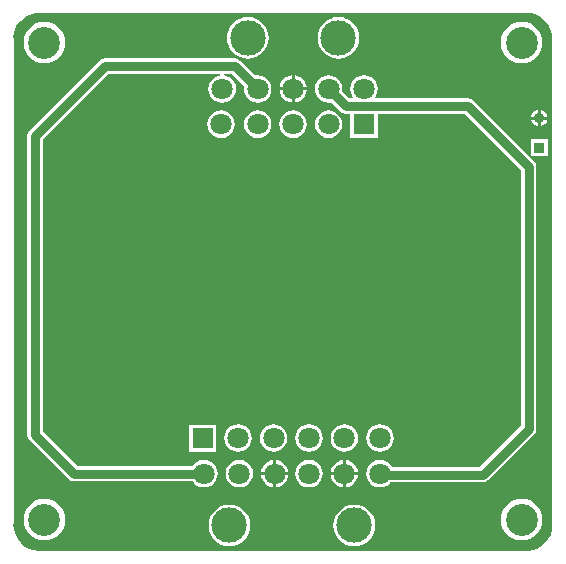
<source format=gbl>
G04*
G04 #@! TF.GenerationSoftware,Altium Limited,Altium Designer,20.0.9 (164)*
G04*
G04 Layer_Physical_Order=2*
G04 Layer_Color=16711680*
%FSLAX25Y25*%
%MOIN*%
G70*
G01*
G75*
%ADD23C,0.03000*%
%ADD24C,0.07087*%
%ADD25R,0.07087X0.07087*%
%ADD26C,0.11811*%
%ADD27C,0.03543*%
%ADD28R,0.03543X0.03543*%
%ADD29C,0.10630*%
G36*
X10360Y180754D02*
X172874D01*
X172933Y180766D01*
X174415Y180620D01*
X175896Y180170D01*
X177262Y179441D01*
X178413Y178496D01*
X178446Y178446D01*
X178514Y178401D01*
X179613Y177062D01*
X180468Y175463D01*
X180994Y173728D01*
X181164Y172004D01*
X181148Y171924D01*
Y12598D01*
Y9803D01*
X181159Y9744D01*
X181014Y8262D01*
X180564Y6781D01*
X179834Y5415D01*
X178889Y4264D01*
X178840Y4231D01*
X178196Y3587D01*
X178170Y3549D01*
X177139Y2702D01*
X175922Y2052D01*
X174601Y1651D01*
X173273Y1520D01*
X173228Y1529D01*
X9803D01*
X9744Y1518D01*
X8262Y1664D01*
X6781Y2113D01*
X5415Y2843D01*
X4264Y3788D01*
X4231Y3837D01*
X4163Y3883D01*
X3064Y5222D01*
X2209Y6821D01*
X1683Y8556D01*
X1513Y10279D01*
X1529Y10360D01*
Y172480D01*
X1518Y172539D01*
X1664Y174021D01*
X2113Y175503D01*
X2843Y176868D01*
X3788Y178019D01*
X3837Y178052D01*
X3883Y178121D01*
X5222Y179219D01*
X6821Y180074D01*
X8556Y180600D01*
X10279Y180770D01*
X10360Y180754D01*
D02*
G37*
%LPC*%
G36*
X109843Y179380D02*
X108489Y179246D01*
X107187Y178852D01*
X105988Y178210D01*
X104936Y177348D01*
X104073Y176296D01*
X103432Y175096D01*
X103037Y173795D01*
X102904Y172441D01*
X103037Y171087D01*
X103432Y169785D01*
X104073Y168586D01*
X104936Y167534D01*
X105988Y166671D01*
X107187Y166030D01*
X108489Y165635D01*
X109843Y165502D01*
X111196Y165635D01*
X112498Y166030D01*
X113698Y166671D01*
X114749Y167534D01*
X115612Y168586D01*
X116253Y169785D01*
X116648Y171087D01*
X116781Y172441D01*
X116648Y173795D01*
X116253Y175096D01*
X115612Y176296D01*
X114749Y177348D01*
X113698Y178210D01*
X112498Y178852D01*
X111196Y179246D01*
X109843Y179380D01*
D02*
G37*
G36*
X79606D02*
X78252Y179246D01*
X76950Y178852D01*
X75751Y178210D01*
X74699Y177348D01*
X73836Y176296D01*
X73195Y175096D01*
X72800Y173795D01*
X72667Y172441D01*
X72800Y171087D01*
X73195Y169785D01*
X73836Y168586D01*
X74699Y167534D01*
X75751Y166671D01*
X76950Y166030D01*
X78252Y165635D01*
X79606Y165502D01*
X80959Y165635D01*
X82261Y166030D01*
X83461Y166671D01*
X84512Y167534D01*
X85375Y168586D01*
X86016Y169785D01*
X86411Y171087D01*
X86545Y172441D01*
X86411Y173795D01*
X86016Y175096D01*
X85375Y176296D01*
X84512Y177348D01*
X83461Y178210D01*
X82261Y178852D01*
X80959Y179246D01*
X79606Y179380D01*
D02*
G37*
G36*
X170866Y177805D02*
X169512Y177672D01*
X168211Y177277D01*
X167011Y176636D01*
X165960Y175773D01*
X165097Y174721D01*
X164455Y173522D01*
X164060Y172220D01*
X163927Y170866D01*
X164060Y169512D01*
X164455Y168211D01*
X165097Y167011D01*
X165960Y165960D01*
X167011Y165097D01*
X168211Y164455D01*
X169512Y164060D01*
X170866Y163927D01*
X172220Y164060D01*
X173522Y164455D01*
X174721Y165097D01*
X175773Y165960D01*
X176636Y167011D01*
X177277Y168211D01*
X177672Y169512D01*
X177805Y170866D01*
X177672Y172220D01*
X177277Y173522D01*
X176636Y174721D01*
X175773Y175773D01*
X174721Y176636D01*
X173522Y177277D01*
X172220Y177672D01*
X170866Y177805D01*
D02*
G37*
G36*
X11811D02*
X10457Y177672D01*
X9156Y177277D01*
X7956Y176636D01*
X6904Y175773D01*
X6041Y174721D01*
X5400Y173522D01*
X5005Y172220D01*
X4872Y170866D01*
X5005Y169512D01*
X5400Y168211D01*
X6041Y167011D01*
X6904Y165960D01*
X7956Y165097D01*
X9156Y164455D01*
X10457Y164060D01*
X11811Y163927D01*
X13165Y164060D01*
X14466Y164455D01*
X15666Y165097D01*
X16718Y165960D01*
X17581Y167011D01*
X18222Y168211D01*
X18617Y169512D01*
X18750Y170866D01*
X18617Y172220D01*
X18222Y173522D01*
X17581Y174721D01*
X16718Y175773D01*
X15666Y176636D01*
X14466Y177277D01*
X13165Y177672D01*
X11811Y177805D01*
D02*
G37*
G36*
X95224Y159950D02*
Y155933D01*
X99241D01*
X99151Y156619D01*
X98693Y157724D01*
X97965Y158673D01*
X97016Y159402D01*
X95911Y159859D01*
X95224Y159950D01*
D02*
G37*
G36*
X94224D02*
X93538Y159859D01*
X92433Y159402D01*
X91484Y158673D01*
X90756Y157724D01*
X90298Y156619D01*
X90208Y155933D01*
X94224D01*
Y159950D01*
D02*
G37*
G36*
X118347Y160016D02*
X117160Y159859D01*
X116055Y159402D01*
X115106Y158673D01*
X114378Y157724D01*
X113920Y156619D01*
X113764Y155433D01*
X113920Y154247D01*
X114378Y153142D01*
X114745Y152664D01*
X114524Y152215D01*
X113358D01*
X111004Y154569D01*
X111118Y155433D01*
X110962Y156619D01*
X110504Y157724D01*
X109776Y158673D01*
X108827Y159402D01*
X107721Y159859D01*
X106535Y160016D01*
X105349Y159859D01*
X104244Y159402D01*
X103295Y158673D01*
X102567Y157724D01*
X102109Y156619D01*
X101953Y155433D01*
X102109Y154247D01*
X102567Y153142D01*
X103295Y152193D01*
X104244Y151464D01*
X105349Y151007D01*
X106535Y150851D01*
X107399Y150964D01*
X110500Y147864D01*
X111327Y147311D01*
X112302Y147117D01*
X113804D01*
Y139080D01*
X122890D01*
Y147117D01*
X152034D01*
X170679Y128472D01*
Y43182D01*
X156818Y29321D01*
X127647D01*
X127591Y29457D01*
X126862Y30406D01*
X125913Y31134D01*
X124808Y31592D01*
X123622Y31748D01*
X122436Y31592D01*
X121331Y31134D01*
X120382Y30406D01*
X119653Y29457D01*
X119196Y28351D01*
X119040Y27165D01*
X119196Y25979D01*
X119653Y24874D01*
X120382Y23925D01*
X121331Y23197D01*
X122436Y22739D01*
X123622Y22583D01*
X124808Y22739D01*
X125913Y23197D01*
X126862Y23925D01*
X127091Y24223D01*
X157874D01*
X158850Y24417D01*
X159676Y24969D01*
X175031Y40324D01*
X175583Y41151D01*
X175777Y42126D01*
Y129527D01*
X175583Y130503D01*
X175031Y131330D01*
X173668Y132693D01*
X174013Y133055D01*
X174495Y133055D01*
X179543D01*
Y138598D01*
X174000D01*
Y133555D01*
X174000Y133068D01*
X173637Y132723D01*
X154892Y151469D01*
X154065Y152021D01*
X153090Y152215D01*
X122169D01*
X121948Y152664D01*
X122315Y153142D01*
X122773Y154247D01*
X122929Y155433D01*
X122773Y156619D01*
X122315Y157724D01*
X121587Y158673D01*
X120638Y159402D01*
X119533Y159859D01*
X118347Y160016D01*
D02*
G37*
G36*
X99241Y154933D02*
X95224D01*
Y150916D01*
X95911Y151007D01*
X97016Y151464D01*
X97965Y152193D01*
X98693Y153142D01*
X99151Y154247D01*
X99241Y154933D01*
D02*
G37*
G36*
X94224D02*
X90208D01*
X90298Y154247D01*
X90756Y153142D01*
X91484Y152193D01*
X92433Y151464D01*
X93538Y151007D01*
X94224Y150916D01*
Y154933D01*
D02*
G37*
G36*
X75354Y165541D02*
X31890D01*
X30914Y165347D01*
X30087Y164795D01*
X6859Y141566D01*
X6306Y140739D01*
X6112Y139764D01*
Y40157D01*
X6306Y39182D01*
X6859Y38355D01*
X19851Y25363D01*
X20678Y24810D01*
X21654Y24616D01*
X61190D01*
X61720Y23925D01*
X62669Y23197D01*
X63775Y22739D01*
X64961Y22583D01*
X66147Y22739D01*
X67252Y23197D01*
X68201Y23925D01*
X68929Y24874D01*
X69387Y25979D01*
X69543Y27165D01*
X69387Y28351D01*
X68929Y29457D01*
X68201Y30406D01*
X67252Y31134D01*
X66147Y31592D01*
X64961Y31748D01*
X63775Y31592D01*
X62669Y31134D01*
X61720Y30406D01*
X61190Y29714D01*
X22709D01*
X11210Y41213D01*
Y138708D01*
X32946Y160443D01*
X70519D01*
X70552Y159943D01*
X69916Y159859D01*
X68810Y159402D01*
X67861Y158673D01*
X67133Y157724D01*
X66675Y156619D01*
X66519Y155433D01*
X66675Y154247D01*
X67133Y153142D01*
X67861Y152193D01*
X68810Y151464D01*
X69916Y151007D01*
X71102Y150851D01*
X72288Y151007D01*
X73393Y151464D01*
X74342Y152193D01*
X75070Y153142D01*
X75528Y154247D01*
X75684Y155433D01*
X75528Y156619D01*
X75070Y157724D01*
X74342Y158673D01*
X73393Y159402D01*
X72288Y159859D01*
X71652Y159943D01*
X71685Y160443D01*
X74299D01*
X78445Y156297D01*
X78331Y155433D01*
X78487Y154247D01*
X78945Y153142D01*
X79673Y152193D01*
X80622Y151464D01*
X81727Y151007D01*
X82913Y150851D01*
X84099Y151007D01*
X85205Y151464D01*
X86154Y152193D01*
X86882Y153142D01*
X87340Y154247D01*
X87496Y155433D01*
X87340Y156619D01*
X86882Y157724D01*
X86154Y158673D01*
X85205Y159402D01*
X84099Y159859D01*
X82913Y160016D01*
X82049Y159902D01*
X77157Y164795D01*
X76330Y165347D01*
X75354Y165541D01*
D02*
G37*
G36*
X177272Y148399D02*
Y146169D01*
X179501D01*
X179472Y146393D01*
X179193Y147067D01*
X178748Y147646D01*
X178169Y148090D01*
X177495Y148370D01*
X177272Y148399D01*
D02*
G37*
G36*
X176272D02*
X176048Y148370D01*
X175374Y148090D01*
X174795Y147646D01*
X174351Y147067D01*
X174071Y146393D01*
X174042Y146169D01*
X176272D01*
Y148399D01*
D02*
G37*
G36*
Y145169D02*
X174042D01*
X174071Y144946D01*
X174351Y144272D01*
X174795Y143693D01*
X175374Y143248D01*
X176048Y142969D01*
X176272Y142940D01*
Y145169D01*
D02*
G37*
G36*
X179501D02*
X177272D01*
Y142940D01*
X177495Y142969D01*
X178169Y143248D01*
X178748Y143693D01*
X179193Y144272D01*
X179472Y144946D01*
X179501Y145169D01*
D02*
G37*
G36*
X106536Y148205D02*
X105350Y148049D01*
X104245Y147591D01*
X103296Y146863D01*
X102568Y145914D01*
X102110Y144809D01*
X101954Y143623D01*
X102110Y142437D01*
X102568Y141332D01*
X103296Y140383D01*
X104245Y139654D01*
X105350Y139197D01*
X106536Y139040D01*
X107722Y139197D01*
X108827Y139654D01*
X109776Y140383D01*
X110505Y141332D01*
X110962Y142437D01*
X111119Y143623D01*
X110962Y144809D01*
X110505Y145914D01*
X109776Y146863D01*
X108827Y147591D01*
X107722Y148049D01*
X106536Y148205D01*
D02*
G37*
G36*
X94725D02*
X93539Y148049D01*
X92434Y147591D01*
X91485Y146863D01*
X90756Y145914D01*
X90299Y144809D01*
X90143Y143623D01*
X90299Y142437D01*
X90756Y141332D01*
X91485Y140383D01*
X92434Y139654D01*
X93539Y139197D01*
X94725Y139040D01*
X95911Y139197D01*
X97016Y139654D01*
X97965Y140383D01*
X98694Y141332D01*
X99151Y142437D01*
X99308Y143623D01*
X99151Y144809D01*
X98694Y145914D01*
X97965Y146863D01*
X97016Y147591D01*
X95911Y148049D01*
X94725Y148205D01*
D02*
G37*
G36*
X82914D02*
X81728Y148049D01*
X80623Y147591D01*
X79674Y146863D01*
X78945Y145914D01*
X78488Y144809D01*
X78332Y143623D01*
X78488Y142437D01*
X78945Y141332D01*
X79674Y140383D01*
X80623Y139654D01*
X81728Y139197D01*
X82914Y139040D01*
X84100Y139197D01*
X85205Y139654D01*
X86154Y140383D01*
X86883Y141332D01*
X87340Y142437D01*
X87497Y143623D01*
X87340Y144809D01*
X86883Y145914D01*
X86154Y146863D01*
X85205Y147591D01*
X84100Y148049D01*
X82914Y148205D01*
D02*
G37*
G36*
X70709D02*
X69523Y148049D01*
X68417Y147591D01*
X67468Y146863D01*
X66740Y145914D01*
X66282Y144809D01*
X66126Y143623D01*
X66282Y142437D01*
X66740Y141332D01*
X67468Y140383D01*
X68417Y139654D01*
X69523Y139197D01*
X70709Y139040D01*
X71895Y139197D01*
X73000Y139654D01*
X73949Y140383D01*
X74677Y141332D01*
X75135Y142437D01*
X75291Y143623D01*
X75135Y144809D01*
X74677Y145914D01*
X73949Y146863D01*
X73000Y147591D01*
X71895Y148049D01*
X70709Y148205D01*
D02*
G37*
G36*
X69110Y43520D02*
X60024D01*
Y34433D01*
X69110D01*
Y43520D01*
D02*
G37*
G36*
X123622Y43559D02*
X122436Y43403D01*
X121331Y42945D01*
X120382Y42217D01*
X119653Y41268D01*
X119196Y40162D01*
X119040Y38976D01*
X119196Y37790D01*
X119653Y36685D01*
X120382Y35736D01*
X121331Y35008D01*
X122436Y34550D01*
X123622Y34394D01*
X124808Y34550D01*
X125913Y35008D01*
X126862Y35736D01*
X127591Y36685D01*
X128048Y37790D01*
X128205Y38976D01*
X128048Y40162D01*
X127591Y41268D01*
X126862Y42217D01*
X125913Y42945D01*
X124808Y43403D01*
X123622Y43559D01*
D02*
G37*
G36*
X111811D02*
X110625Y43403D01*
X109520Y42945D01*
X108571Y42217D01*
X107843Y41268D01*
X107385Y40162D01*
X107229Y38976D01*
X107385Y37790D01*
X107843Y36685D01*
X108571Y35736D01*
X109520Y35008D01*
X110625Y34550D01*
X111811Y34394D01*
X112997Y34550D01*
X114102Y35008D01*
X115051Y35736D01*
X115780Y36685D01*
X116237Y37790D01*
X116393Y38976D01*
X116237Y40162D01*
X115780Y41268D01*
X115051Y42217D01*
X114102Y42945D01*
X112997Y43403D01*
X111811Y43559D01*
D02*
G37*
G36*
X100000D02*
X98814Y43403D01*
X97709Y42945D01*
X96760Y42217D01*
X96031Y41268D01*
X95574Y40162D01*
X95417Y38976D01*
X95574Y37790D01*
X96031Y36685D01*
X96760Y35736D01*
X97709Y35008D01*
X98814Y34550D01*
X100000Y34394D01*
X101186Y34550D01*
X102291Y35008D01*
X103240Y35736D01*
X103969Y36685D01*
X104426Y37790D01*
X104583Y38976D01*
X104426Y40162D01*
X103969Y41268D01*
X103240Y42217D01*
X102291Y42945D01*
X101186Y43403D01*
X100000Y43559D01*
D02*
G37*
G36*
X88189D02*
X87003Y43403D01*
X85898Y42945D01*
X84949Y42217D01*
X84220Y41268D01*
X83763Y40162D01*
X83606Y38976D01*
X83763Y37790D01*
X84220Y36685D01*
X84949Y35736D01*
X85898Y35008D01*
X87003Y34550D01*
X88189Y34394D01*
X89375Y34550D01*
X90480Y35008D01*
X91429Y35736D01*
X92158Y36685D01*
X92615Y37790D01*
X92772Y38976D01*
X92615Y40162D01*
X92158Y41268D01*
X91429Y42217D01*
X90480Y42945D01*
X89375Y43403D01*
X88189Y43559D01*
D02*
G37*
G36*
X76378D02*
X75192Y43403D01*
X74087Y42945D01*
X73138Y42217D01*
X72409Y41268D01*
X71952Y40162D01*
X71795Y38976D01*
X71952Y37790D01*
X72409Y36685D01*
X73138Y35736D01*
X74087Y35008D01*
X75192Y34550D01*
X76378Y34394D01*
X77564Y34550D01*
X78669Y35008D01*
X79618Y35736D01*
X80347Y36685D01*
X80804Y37790D01*
X80961Y38976D01*
X80804Y40162D01*
X80347Y41268D01*
X79618Y42217D01*
X78669Y42945D01*
X77564Y43403D01*
X76378Y43559D01*
D02*
G37*
G36*
X89083Y31682D02*
Y27665D01*
X93099D01*
X93009Y28351D01*
X92551Y29457D01*
X91823Y30406D01*
X90874Y31134D01*
X89769Y31592D01*
X89083Y31682D01*
D02*
G37*
G36*
X112311D02*
Y27665D01*
X116328D01*
X116237Y28351D01*
X115780Y29457D01*
X115051Y30406D01*
X114102Y31134D01*
X112997Y31592D01*
X112311Y31682D01*
D02*
G37*
G36*
X88083D02*
X87397Y31592D01*
X86291Y31134D01*
X85342Y30406D01*
X84614Y29457D01*
X84156Y28351D01*
X84066Y27665D01*
X88083D01*
Y31682D01*
D02*
G37*
G36*
X111311D02*
X110625Y31592D01*
X109520Y31134D01*
X108571Y30406D01*
X107843Y29457D01*
X107385Y28351D01*
X107294Y27665D01*
X111311D01*
Y31682D01*
D02*
G37*
G36*
X116328Y26665D02*
X112311D01*
Y22649D01*
X112997Y22739D01*
X114102Y23197D01*
X115051Y23925D01*
X115780Y24874D01*
X116237Y25979D01*
X116328Y26665D01*
D02*
G37*
G36*
X93099D02*
X89083D01*
Y22649D01*
X89769Y22739D01*
X90874Y23197D01*
X91823Y23925D01*
X92551Y24874D01*
X93009Y25979D01*
X93099Y26665D01*
D02*
G37*
G36*
X111311D02*
X107294D01*
X107385Y25979D01*
X107843Y24874D01*
X108571Y23925D01*
X109520Y23197D01*
X110625Y22739D01*
X111311Y22649D01*
Y26665D01*
D02*
G37*
G36*
X88083D02*
X84066D01*
X84156Y25979D01*
X84614Y24874D01*
X85342Y23925D01*
X86291Y23197D01*
X87397Y22739D01*
X88083Y22649D01*
Y26665D01*
D02*
G37*
G36*
X100000Y31748D02*
X98814Y31592D01*
X97709Y31134D01*
X96760Y30406D01*
X96031Y29457D01*
X95574Y28351D01*
X95417Y27165D01*
X95574Y25979D01*
X96031Y24874D01*
X96760Y23925D01*
X97709Y23197D01*
X98814Y22739D01*
X100000Y22583D01*
X101186Y22739D01*
X102291Y23197D01*
X103240Y23925D01*
X103969Y24874D01*
X104426Y25979D01*
X104583Y27165D01*
X104426Y28351D01*
X103969Y29457D01*
X103240Y30406D01*
X102291Y31134D01*
X101186Y31592D01*
X100000Y31748D01*
D02*
G37*
G36*
X76772D02*
X75586Y31592D01*
X74480Y31134D01*
X73531Y30406D01*
X72803Y29457D01*
X72345Y28351D01*
X72189Y27165D01*
X72345Y25979D01*
X72803Y24874D01*
X73531Y23925D01*
X74480Y23197D01*
X75586Y22739D01*
X76772Y22583D01*
X77958Y22739D01*
X79063Y23197D01*
X80012Y23925D01*
X80740Y24874D01*
X81198Y25979D01*
X81354Y27165D01*
X81198Y28351D01*
X80740Y29457D01*
X80012Y30406D01*
X79063Y31134D01*
X77958Y31592D01*
X76772Y31748D01*
D02*
G37*
G36*
X170866Y18750D02*
X169512Y18617D01*
X168211Y18222D01*
X167011Y17581D01*
X165960Y16718D01*
X165097Y15666D01*
X164455Y14466D01*
X164060Y13165D01*
X163927Y11811D01*
X164060Y10457D01*
X164455Y9156D01*
X165097Y7956D01*
X165960Y6904D01*
X167011Y6041D01*
X168211Y5400D01*
X169512Y5005D01*
X170866Y4872D01*
X172220Y5005D01*
X173522Y5400D01*
X174721Y6041D01*
X175773Y6904D01*
X176636Y7956D01*
X177277Y9156D01*
X177672Y10457D01*
X177805Y11811D01*
X177672Y13165D01*
X177277Y14466D01*
X176636Y15666D01*
X175773Y16718D01*
X174721Y17581D01*
X173522Y18222D01*
X172220Y18617D01*
X170866Y18750D01*
D02*
G37*
G36*
X11811D02*
X10457Y18617D01*
X9156Y18222D01*
X7956Y17581D01*
X6904Y16718D01*
X6041Y15666D01*
X5400Y14466D01*
X5005Y13165D01*
X4872Y11811D01*
X5005Y10457D01*
X5400Y9156D01*
X6041Y7956D01*
X6904Y6904D01*
X7956Y6041D01*
X9156Y5400D01*
X10457Y5005D01*
X11811Y4872D01*
X13165Y5005D01*
X14466Y5400D01*
X15666Y6041D01*
X16718Y6904D01*
X17581Y7956D01*
X18222Y9156D01*
X18617Y10457D01*
X18750Y11811D01*
X18617Y13165D01*
X18222Y14466D01*
X17581Y15666D01*
X16718Y16718D01*
X15666Y17581D01*
X14466Y18222D01*
X13165Y18617D01*
X11811Y18750D01*
D02*
G37*
G36*
X115118Y16822D02*
X113764Y16688D01*
X112463Y16294D01*
X111263Y15652D01*
X110212Y14789D01*
X109349Y13738D01*
X108707Y12538D01*
X108312Y11236D01*
X108179Y9883D01*
X108312Y8529D01*
X108707Y7227D01*
X109349Y6028D01*
X110212Y4976D01*
X111263Y4113D01*
X112463Y3472D01*
X113764Y3077D01*
X115118Y2944D01*
X116472Y3077D01*
X117773Y3472D01*
X118973Y4113D01*
X120025Y4976D01*
X120888Y6028D01*
X121529Y7227D01*
X121924Y8529D01*
X122057Y9883D01*
X121924Y11236D01*
X121529Y12538D01*
X120888Y13738D01*
X120025Y14789D01*
X118973Y15652D01*
X117773Y16294D01*
X116472Y16688D01*
X115118Y16822D01*
D02*
G37*
G36*
X73465D02*
X72111Y16688D01*
X70809Y16294D01*
X69609Y15652D01*
X68558Y14789D01*
X67695Y13738D01*
X67054Y12538D01*
X66659Y11236D01*
X66526Y9883D01*
X66659Y8529D01*
X67054Y7227D01*
X67695Y6028D01*
X68558Y4976D01*
X69609Y4113D01*
X70809Y3472D01*
X72111Y3077D01*
X73465Y2944D01*
X74818Y3077D01*
X76120Y3472D01*
X77320Y4113D01*
X78371Y4976D01*
X79234Y6028D01*
X79875Y7227D01*
X80270Y8529D01*
X80404Y9883D01*
X80270Y11236D01*
X79875Y12538D01*
X79234Y13738D01*
X78371Y14789D01*
X77320Y15652D01*
X76120Y16294D01*
X74818Y16688D01*
X73465Y16822D01*
D02*
G37*
%LPD*%
D23*
X106535Y155433D02*
X112302Y149666D01*
X153090D02*
X173228Y129527D01*
X112302Y149666D02*
X153090D01*
X173228Y42126D02*
Y129527D01*
X123449Y26772D02*
X157874D01*
X173228Y42126D01*
X8661Y139764D02*
X31890Y162992D01*
X75354D02*
X82913Y155433D01*
X8661Y40157D02*
Y139764D01*
X21654Y27165D02*
X63878D01*
X31890Y162992D02*
X75354D01*
X8661Y40157D02*
X21654Y27165D01*
D24*
X123622D02*
D03*
X111811D02*
D03*
X76378Y38976D02*
D03*
X88189D02*
D03*
X100000D02*
D03*
X123622D02*
D03*
X64961Y27165D02*
D03*
X76772D02*
D03*
X88583D02*
D03*
X111811Y38976D02*
D03*
X100000Y27165D02*
D03*
X94724Y155433D02*
D03*
X71102D02*
D03*
X70709Y143623D02*
D03*
X82913Y155433D02*
D03*
X106535D02*
D03*
X118347D02*
D03*
X82914Y143623D02*
D03*
X94725D02*
D03*
X106536D02*
D03*
D25*
X64567Y38976D02*
D03*
X118347Y143623D02*
D03*
D26*
X115118Y9883D02*
D03*
X73465D02*
D03*
X109843Y172441D02*
D03*
X79606D02*
D03*
D27*
X176772Y145669D02*
D03*
D28*
Y135827D02*
D03*
D29*
X11811Y170866D02*
D03*
Y11811D02*
D03*
X170866D02*
D03*
Y170866D02*
D03*
M02*

</source>
